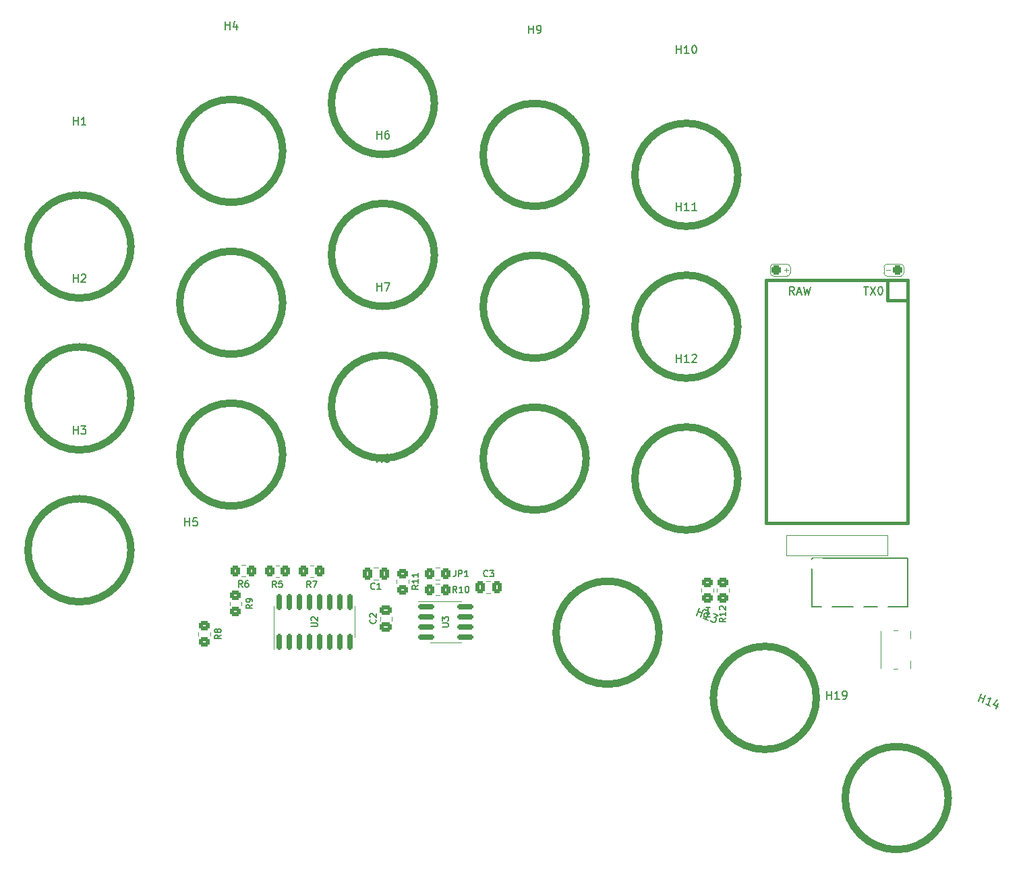
<source format=gto>
%TF.GenerationSoftware,KiCad,Pcbnew,7.0.5*%
%TF.CreationDate,2023-10-28T19:32:10+05:30*%
%TF.ProjectId,tako_left,74616b6f-5f6c-4656-9674-2e6b69636164,rev?*%
%TF.SameCoordinates,Original*%
%TF.FileFunction,Legend,Top*%
%TF.FilePolarity,Positive*%
%FSLAX46Y46*%
G04 Gerber Fmt 4.6, Leading zero omitted, Abs format (unit mm)*
G04 Created by KiCad (PCBNEW 7.0.5) date 2023-10-28 19:32:10*
%MOMM*%
%LPD*%
G01*
G04 APERTURE LIST*
G04 Aperture macros list*
%AMRoundRect*
0 Rectangle with rounded corners*
0 $1 Rounding radius*
0 $2 $3 $4 $5 $6 $7 $8 $9 X,Y pos of 4 corners*
0 Add a 4 corners polygon primitive as box body*
4,1,4,$2,$3,$4,$5,$6,$7,$8,$9,$2,$3,0*
0 Add four circle primitives for the rounded corners*
1,1,$1+$1,$2,$3*
1,1,$1+$1,$4,$5*
1,1,$1+$1,$6,$7*
1,1,$1+$1,$8,$9*
0 Add four rect primitives between the rounded corners*
20,1,$1+$1,$2,$3,$4,$5,0*
20,1,$1+$1,$4,$5,$6,$7,0*
20,1,$1+$1,$6,$7,$8,$9,0*
20,1,$1+$1,$8,$9,$2,$3,0*%
G04 Aperture macros list end*
%ADD10C,0.150000*%
%ADD11C,0.120000*%
%ADD12C,0.900000*%
%ADD13C,0.100000*%
%ADD14C,0.381000*%
%ADD15R,1.752600X1.752600*%
%ADD16C,1.752600*%
%ADD17RoundRect,0.250000X0.337500X0.475000X-0.337500X0.475000X-0.337500X-0.475000X0.337500X-0.475000X0*%
%ADD18C,4.500000*%
%ADD19RoundRect,0.250000X-0.450000X0.350000X-0.450000X-0.350000X0.450000X-0.350000X0.450000X0.350000X0*%
%ADD20C,0.750000*%
%ADD21R,1.000000X1.550000*%
%ADD22RoundRect,0.250000X0.350000X0.450000X-0.350000X0.450000X-0.350000X-0.450000X0.350000X-0.450000X0*%
%ADD23RoundRect,0.150000X-0.825000X-0.150000X0.825000X-0.150000X0.825000X0.150000X-0.825000X0.150000X0*%
%ADD24RoundRect,0.312500X-0.312500X-0.312500X0.312500X-0.312500X0.312500X0.312500X-0.312500X0.312500X0*%
%ADD25C,3.500000*%
%ADD26RoundRect,0.250000X-0.337500X-0.475000X0.337500X-0.475000X0.337500X0.475000X-0.337500X0.475000X0*%
%ADD27RoundRect,0.250000X0.450000X-0.350000X0.450000X0.350000X-0.450000X0.350000X-0.450000X-0.350000X0*%
%ADD28C,0.800000*%
%ADD29O,2.000000X1.600000*%
%ADD30RoundRect,0.250000X0.475000X-0.337500X0.475000X0.337500X-0.475000X0.337500X-0.475000X-0.337500X0*%
%ADD31RoundRect,0.250000X-0.350000X-0.450000X0.350000X-0.450000X0.350000X0.450000X-0.350000X0.450000X0*%
%ADD32RoundRect,0.150000X0.150000X-0.825000X0.150000X0.825000X-0.150000X0.825000X-0.150000X-0.825000X0*%
%ADD33RoundRect,0.312500X0.312500X0.312500X-0.312500X0.312500X-0.312500X-0.312500X0.312500X-0.312500X0*%
%ADD34C,0.900000*%
G04 APERTURE END LIST*
D10*
%TO.C,C3*%
X213902503Y-96197594D02*
X213864407Y-96235690D01*
X213864407Y-96235690D02*
X213750122Y-96273785D01*
X213750122Y-96273785D02*
X213673931Y-96273785D01*
X213673931Y-96273785D02*
X213559645Y-96235690D01*
X213559645Y-96235690D02*
X213483455Y-96159499D01*
X213483455Y-96159499D02*
X213445360Y-96083309D01*
X213445360Y-96083309D02*
X213407264Y-95930928D01*
X213407264Y-95930928D02*
X213407264Y-95816642D01*
X213407264Y-95816642D02*
X213445360Y-95664261D01*
X213445360Y-95664261D02*
X213483455Y-95588070D01*
X213483455Y-95588070D02*
X213559645Y-95511880D01*
X213559645Y-95511880D02*
X213673931Y-95473785D01*
X213673931Y-95473785D02*
X213750122Y-95473785D01*
X213750122Y-95473785D02*
X213864407Y-95511880D01*
X213864407Y-95511880D02*
X213902503Y-95549975D01*
X214169169Y-95473785D02*
X214664407Y-95473785D01*
X214664407Y-95473785D02*
X214397741Y-95778547D01*
X214397741Y-95778547D02*
X214512026Y-95778547D01*
X214512026Y-95778547D02*
X214588217Y-95816642D01*
X214588217Y-95816642D02*
X214626312Y-95854737D01*
X214626312Y-95854737D02*
X214664407Y-95930928D01*
X214664407Y-95930928D02*
X214664407Y-96121404D01*
X214664407Y-96121404D02*
X214626312Y-96197594D01*
X214626312Y-96197594D02*
X214588217Y-96235690D01*
X214588217Y-96235690D02*
X214512026Y-96273785D01*
X214512026Y-96273785D02*
X214283455Y-96273785D01*
X214283455Y-96273785D02*
X214207264Y-96235690D01*
X214207264Y-96235690D02*
X214169169Y-96197594D01*
%TO.C,H1*%
X161877638Y-39620877D02*
X161877638Y-38620877D01*
X161877638Y-39097067D02*
X162449066Y-39097067D01*
X162449066Y-39620877D02*
X162449066Y-38620877D01*
X163449066Y-39620877D02*
X162877638Y-39620877D01*
X163163352Y-39620877D02*
X163163352Y-38620877D01*
X163163352Y-38620877D02*
X163068114Y-38763734D01*
X163068114Y-38763734D02*
X162972876Y-38858972D01*
X162972876Y-38858972D02*
X162877638Y-38906591D01*
%TO.C,R12*%
X243785665Y-101480342D02*
X243404712Y-101747009D01*
X243785665Y-101937485D02*
X242985665Y-101937485D01*
X242985665Y-101937485D02*
X242985665Y-101632723D01*
X242985665Y-101632723D02*
X243023760Y-101556533D01*
X243023760Y-101556533D02*
X243061855Y-101518438D01*
X243061855Y-101518438D02*
X243138046Y-101480342D01*
X243138046Y-101480342D02*
X243252331Y-101480342D01*
X243252331Y-101480342D02*
X243328522Y-101518438D01*
X243328522Y-101518438D02*
X243366617Y-101556533D01*
X243366617Y-101556533D02*
X243404712Y-101632723D01*
X243404712Y-101632723D02*
X243404712Y-101937485D01*
X243785665Y-100718438D02*
X243785665Y-101175581D01*
X243785665Y-100947009D02*
X242985665Y-100947009D01*
X242985665Y-100947009D02*
X243099950Y-101023200D01*
X243099950Y-101023200D02*
X243176141Y-101099390D01*
X243176141Y-101099390D02*
X243214236Y-101175581D01*
X243061855Y-100413676D02*
X243023760Y-100375580D01*
X243023760Y-100375580D02*
X242985665Y-100299390D01*
X242985665Y-100299390D02*
X242985665Y-100108914D01*
X242985665Y-100108914D02*
X243023760Y-100032723D01*
X243023760Y-100032723D02*
X243061855Y-99994628D01*
X243061855Y-99994628D02*
X243138046Y-99956533D01*
X243138046Y-99956533D02*
X243214236Y-99956533D01*
X243214236Y-99956533D02*
X243328522Y-99994628D01*
X243328522Y-99994628D02*
X243785665Y-100451771D01*
X243785665Y-100451771D02*
X243785665Y-99956533D01*
%TO.C,R7*%
X191671153Y-97604428D02*
X191404486Y-97223475D01*
X191214010Y-97604428D02*
X191214010Y-96804428D01*
X191214010Y-96804428D02*
X191518772Y-96804428D01*
X191518772Y-96804428D02*
X191594962Y-96842523D01*
X191594962Y-96842523D02*
X191633057Y-96880618D01*
X191633057Y-96880618D02*
X191671153Y-96956809D01*
X191671153Y-96956809D02*
X191671153Y-97071094D01*
X191671153Y-97071094D02*
X191633057Y-97147285D01*
X191633057Y-97147285D02*
X191594962Y-97185380D01*
X191594962Y-97185380D02*
X191518772Y-97223475D01*
X191518772Y-97223475D02*
X191214010Y-97223475D01*
X191937819Y-96804428D02*
X192471153Y-96804428D01*
X192471153Y-96804428D02*
X192128295Y-97604428D01*
%TO.C,U3*%
X208184809Y-102548946D02*
X208832428Y-102548946D01*
X208832428Y-102548946D02*
X208908618Y-102510851D01*
X208908618Y-102510851D02*
X208946714Y-102472756D01*
X208946714Y-102472756D02*
X208984809Y-102396565D01*
X208984809Y-102396565D02*
X208984809Y-102244184D01*
X208984809Y-102244184D02*
X208946714Y-102167994D01*
X208946714Y-102167994D02*
X208908618Y-102129899D01*
X208908618Y-102129899D02*
X208832428Y-102091803D01*
X208832428Y-102091803D02*
X208184809Y-102091803D01*
X208184809Y-101787042D02*
X208184809Y-101291804D01*
X208184809Y-101291804D02*
X208489571Y-101558470D01*
X208489571Y-101558470D02*
X208489571Y-101444185D01*
X208489571Y-101444185D02*
X208527666Y-101367994D01*
X208527666Y-101367994D02*
X208565761Y-101329899D01*
X208565761Y-101329899D02*
X208641952Y-101291804D01*
X208641952Y-101291804D02*
X208832428Y-101291804D01*
X208832428Y-101291804D02*
X208908618Y-101329899D01*
X208908618Y-101329899D02*
X208946714Y-101367994D01*
X208946714Y-101367994D02*
X208984809Y-101444185D01*
X208984809Y-101444185D02*
X208984809Y-101672756D01*
X208984809Y-101672756D02*
X208946714Y-101748947D01*
X208946714Y-101748947D02*
X208908618Y-101787042D01*
%TO.C,H9*%
X219027644Y-28120877D02*
X219027644Y-27120877D01*
X219027644Y-27597067D02*
X219599072Y-27597067D01*
X219599072Y-28120877D02*
X219599072Y-27120877D01*
X220122882Y-28120877D02*
X220313358Y-28120877D01*
X220313358Y-28120877D02*
X220408596Y-28073258D01*
X220408596Y-28073258D02*
X220456215Y-28025638D01*
X220456215Y-28025638D02*
X220551453Y-27882781D01*
X220551453Y-27882781D02*
X220599072Y-27692305D01*
X220599072Y-27692305D02*
X220599072Y-27311353D01*
X220599072Y-27311353D02*
X220551453Y-27216115D01*
X220551453Y-27216115D02*
X220503834Y-27168496D01*
X220503834Y-27168496D02*
X220408596Y-27120877D01*
X220408596Y-27120877D02*
X220218120Y-27120877D01*
X220218120Y-27120877D02*
X220122882Y-27168496D01*
X220122882Y-27168496D02*
X220075263Y-27216115D01*
X220075263Y-27216115D02*
X220027644Y-27311353D01*
X220027644Y-27311353D02*
X220027644Y-27549448D01*
X220027644Y-27549448D02*
X220075263Y-27644686D01*
X220075263Y-27644686D02*
X220122882Y-27692305D01*
X220122882Y-27692305D02*
X220218120Y-27739924D01*
X220218120Y-27739924D02*
X220408596Y-27739924D01*
X220408596Y-27739924D02*
X220503834Y-27692305D01*
X220503834Y-27692305D02*
X220551453Y-27644686D01*
X220551453Y-27644686D02*
X220599072Y-27549448D01*
%TO.C,H10*%
X237601456Y-30620877D02*
X237601456Y-29620877D01*
X237601456Y-30097067D02*
X238172884Y-30097067D01*
X238172884Y-30620877D02*
X238172884Y-29620877D01*
X239172884Y-30620877D02*
X238601456Y-30620877D01*
X238887170Y-30620877D02*
X238887170Y-29620877D01*
X238887170Y-29620877D02*
X238791932Y-29763734D01*
X238791932Y-29763734D02*
X238696694Y-29858972D01*
X238696694Y-29858972D02*
X238601456Y-29906591D01*
X239791932Y-29620877D02*
X239887170Y-29620877D01*
X239887170Y-29620877D02*
X239982408Y-29668496D01*
X239982408Y-29668496D02*
X240030027Y-29716115D01*
X240030027Y-29716115D02*
X240077646Y-29811353D01*
X240077646Y-29811353D02*
X240125265Y-30001829D01*
X240125265Y-30001829D02*
X240125265Y-30239924D01*
X240125265Y-30239924D02*
X240077646Y-30430400D01*
X240077646Y-30430400D02*
X240030027Y-30525638D01*
X240030027Y-30525638D02*
X239982408Y-30573258D01*
X239982408Y-30573258D02*
X239887170Y-30620877D01*
X239887170Y-30620877D02*
X239791932Y-30620877D01*
X239791932Y-30620877D02*
X239696694Y-30573258D01*
X239696694Y-30573258D02*
X239649075Y-30525638D01*
X239649075Y-30525638D02*
X239601456Y-30430400D01*
X239601456Y-30430400D02*
X239553837Y-30239924D01*
X239553837Y-30239924D02*
X239553837Y-30001829D01*
X239553837Y-30001829D02*
X239601456Y-29811353D01*
X239601456Y-29811353D02*
X239649075Y-29716115D01*
X239649075Y-29716115D02*
X239696694Y-29668496D01*
X239696694Y-29668496D02*
X239791932Y-29620877D01*
%TO.C,H13*%
X240084750Y-101108154D02*
X240467434Y-100184275D01*
X240285204Y-100624217D02*
X240813135Y-100842894D01*
X240612682Y-101326830D02*
X240995365Y-100402951D01*
X241536561Y-101709514D02*
X241008630Y-101490838D01*
X241272595Y-101600176D02*
X241655279Y-100676296D01*
X241655279Y-100676296D02*
X241512621Y-100771833D01*
X241512621Y-100771833D02*
X241388187Y-100823375D01*
X241388187Y-100823375D02*
X241281975Y-100830924D01*
X242227204Y-100913195D02*
X242799130Y-101150095D01*
X242799130Y-101150095D02*
X242345386Y-101374488D01*
X242345386Y-101374488D02*
X242477369Y-101429157D01*
X242477369Y-101429157D02*
X242547134Y-101509597D01*
X242547134Y-101509597D02*
X242572905Y-101571814D01*
X242572905Y-101571814D02*
X242580454Y-101678026D01*
X242580454Y-101678026D02*
X242489338Y-101897997D01*
X242489338Y-101897997D02*
X242408898Y-101967763D01*
X242408898Y-101967763D02*
X242346681Y-101993534D01*
X242346681Y-101993534D02*
X242240469Y-102001082D01*
X242240469Y-102001082D02*
X241976504Y-101891744D01*
X241976504Y-101891744D02*
X241906738Y-101811304D01*
X241906738Y-101811304D02*
X241880967Y-101749086D01*
%TO.C,H2*%
X161877636Y-59340311D02*
X161877636Y-58340311D01*
X161877636Y-58816501D02*
X162449064Y-58816501D01*
X162449064Y-59340311D02*
X162449064Y-58340311D01*
X162877636Y-58435549D02*
X162925255Y-58387930D01*
X162925255Y-58387930D02*
X163020493Y-58340311D01*
X163020493Y-58340311D02*
X163258588Y-58340311D01*
X163258588Y-58340311D02*
X163353826Y-58387930D01*
X163353826Y-58387930D02*
X163401445Y-58435549D01*
X163401445Y-58435549D02*
X163449064Y-58530787D01*
X163449064Y-58530787D02*
X163449064Y-58626025D01*
X163449064Y-58626025D02*
X163401445Y-58768882D01*
X163401445Y-58768882D02*
X162830017Y-59340311D01*
X162830017Y-59340311D02*
X163449064Y-59340311D01*
%TO.C,H5*%
X175877645Y-89915318D02*
X175877645Y-88915318D01*
X175877645Y-89391508D02*
X176449073Y-89391508D01*
X176449073Y-89915318D02*
X176449073Y-88915318D01*
X177401454Y-88915318D02*
X176925264Y-88915318D01*
X176925264Y-88915318D02*
X176877645Y-89391508D01*
X176877645Y-89391508D02*
X176925264Y-89343889D01*
X176925264Y-89343889D02*
X177020502Y-89296270D01*
X177020502Y-89296270D02*
X177258597Y-89296270D01*
X177258597Y-89296270D02*
X177353835Y-89343889D01*
X177353835Y-89343889D02*
X177401454Y-89391508D01*
X177401454Y-89391508D02*
X177449073Y-89486746D01*
X177449073Y-89486746D02*
X177449073Y-89724841D01*
X177449073Y-89724841D02*
X177401454Y-89820079D01*
X177401454Y-89820079D02*
X177353835Y-89867699D01*
X177353835Y-89867699D02*
X177258597Y-89915318D01*
X177258597Y-89915318D02*
X177020502Y-89915318D01*
X177020502Y-89915318D02*
X176925264Y-89867699D01*
X176925264Y-89867699D02*
X176877645Y-89820079D01*
%TO.C,C1*%
X199726681Y-97787562D02*
X199688585Y-97825658D01*
X199688585Y-97825658D02*
X199574300Y-97863753D01*
X199574300Y-97863753D02*
X199498109Y-97863753D01*
X199498109Y-97863753D02*
X199383823Y-97825658D01*
X199383823Y-97825658D02*
X199307633Y-97749467D01*
X199307633Y-97749467D02*
X199269538Y-97673277D01*
X199269538Y-97673277D02*
X199231442Y-97520896D01*
X199231442Y-97520896D02*
X199231442Y-97406610D01*
X199231442Y-97406610D02*
X199269538Y-97254229D01*
X199269538Y-97254229D02*
X199307633Y-97178038D01*
X199307633Y-97178038D02*
X199383823Y-97101848D01*
X199383823Y-97101848D02*
X199498109Y-97063753D01*
X199498109Y-97063753D02*
X199574300Y-97063753D01*
X199574300Y-97063753D02*
X199688585Y-97101848D01*
X199688585Y-97101848D02*
X199726681Y-97139943D01*
X200488585Y-97863753D02*
X200031442Y-97863753D01*
X200260014Y-97863753D02*
X200260014Y-97063753D01*
X200260014Y-97063753D02*
X200183823Y-97178038D01*
X200183823Y-97178038D02*
X200107633Y-97254229D01*
X200107633Y-97254229D02*
X200031442Y-97292324D01*
%TO.C,R9*%
X184355402Y-99782322D02*
X183974449Y-100048989D01*
X184355402Y-100239465D02*
X183555402Y-100239465D01*
X183555402Y-100239465D02*
X183555402Y-99934703D01*
X183555402Y-99934703D02*
X183593497Y-99858513D01*
X183593497Y-99858513D02*
X183631592Y-99820418D01*
X183631592Y-99820418D02*
X183707783Y-99782322D01*
X183707783Y-99782322D02*
X183822068Y-99782322D01*
X183822068Y-99782322D02*
X183898259Y-99820418D01*
X183898259Y-99820418D02*
X183936354Y-99858513D01*
X183936354Y-99858513D02*
X183974449Y-99934703D01*
X183974449Y-99934703D02*
X183974449Y-100239465D01*
X184355402Y-99401370D02*
X184355402Y-99248989D01*
X184355402Y-99248989D02*
X184317307Y-99172799D01*
X184317307Y-99172799D02*
X184279211Y-99134703D01*
X184279211Y-99134703D02*
X184164926Y-99058513D01*
X184164926Y-99058513D02*
X184012545Y-99020418D01*
X184012545Y-99020418D02*
X183707783Y-99020418D01*
X183707783Y-99020418D02*
X183631592Y-99058513D01*
X183631592Y-99058513D02*
X183593497Y-99096608D01*
X183593497Y-99096608D02*
X183555402Y-99172799D01*
X183555402Y-99172799D02*
X183555402Y-99325180D01*
X183555402Y-99325180D02*
X183593497Y-99401370D01*
X183593497Y-99401370D02*
X183631592Y-99439465D01*
X183631592Y-99439465D02*
X183707783Y-99477561D01*
X183707783Y-99477561D02*
X183898259Y-99477561D01*
X183898259Y-99477561D02*
X183974449Y-99439465D01*
X183974449Y-99439465D02*
X184012545Y-99401370D01*
X184012545Y-99401370D02*
X184050640Y-99325180D01*
X184050640Y-99325180D02*
X184050640Y-99172799D01*
X184050640Y-99172799D02*
X184012545Y-99096608D01*
X184012545Y-99096608D02*
X183974449Y-99058513D01*
X183974449Y-99058513D02*
X183898259Y-99020418D01*
%TO.C,R6*%
X183105214Y-97554787D02*
X182838547Y-97173834D01*
X182648071Y-97554787D02*
X182648071Y-96754787D01*
X182648071Y-96754787D02*
X182952833Y-96754787D01*
X182952833Y-96754787D02*
X183029023Y-96792882D01*
X183029023Y-96792882D02*
X183067118Y-96830977D01*
X183067118Y-96830977D02*
X183105214Y-96907168D01*
X183105214Y-96907168D02*
X183105214Y-97021453D01*
X183105214Y-97021453D02*
X183067118Y-97097644D01*
X183067118Y-97097644D02*
X183029023Y-97135739D01*
X183029023Y-97135739D02*
X182952833Y-97173834D01*
X182952833Y-97173834D02*
X182648071Y-97173834D01*
X183790928Y-96754787D02*
X183638547Y-96754787D01*
X183638547Y-96754787D02*
X183562356Y-96792882D01*
X183562356Y-96792882D02*
X183524261Y-96830977D01*
X183524261Y-96830977D02*
X183448071Y-96945263D01*
X183448071Y-96945263D02*
X183409975Y-97097644D01*
X183409975Y-97097644D02*
X183409975Y-97402406D01*
X183409975Y-97402406D02*
X183448071Y-97478596D01*
X183448071Y-97478596D02*
X183486166Y-97516692D01*
X183486166Y-97516692D02*
X183562356Y-97554787D01*
X183562356Y-97554787D02*
X183714737Y-97554787D01*
X183714737Y-97554787D02*
X183790928Y-97516692D01*
X183790928Y-97516692D02*
X183829023Y-97478596D01*
X183829023Y-97478596D02*
X183867118Y-97402406D01*
X183867118Y-97402406D02*
X183867118Y-97211930D01*
X183867118Y-97211930D02*
X183829023Y-97135739D01*
X183829023Y-97135739D02*
X183790928Y-97097644D01*
X183790928Y-97097644D02*
X183714737Y-97059549D01*
X183714737Y-97059549D02*
X183562356Y-97059549D01*
X183562356Y-97059549D02*
X183486166Y-97097644D01*
X183486166Y-97097644D02*
X183448071Y-97135739D01*
X183448071Y-97135739D02*
X183409975Y-97211930D01*
%TO.C,C2*%
X199809477Y-101634790D02*
X199847573Y-101672886D01*
X199847573Y-101672886D02*
X199885668Y-101787171D01*
X199885668Y-101787171D02*
X199885668Y-101863362D01*
X199885668Y-101863362D02*
X199847573Y-101977648D01*
X199847573Y-101977648D02*
X199771382Y-102053838D01*
X199771382Y-102053838D02*
X199695192Y-102091933D01*
X199695192Y-102091933D02*
X199542811Y-102130029D01*
X199542811Y-102130029D02*
X199428525Y-102130029D01*
X199428525Y-102130029D02*
X199276144Y-102091933D01*
X199276144Y-102091933D02*
X199199953Y-102053838D01*
X199199953Y-102053838D02*
X199123763Y-101977648D01*
X199123763Y-101977648D02*
X199085668Y-101863362D01*
X199085668Y-101863362D02*
X199085668Y-101787171D01*
X199085668Y-101787171D02*
X199123763Y-101672886D01*
X199123763Y-101672886D02*
X199161858Y-101634790D01*
X199161858Y-101330029D02*
X199123763Y-101291933D01*
X199123763Y-101291933D02*
X199085668Y-101215743D01*
X199085668Y-101215743D02*
X199085668Y-101025267D01*
X199085668Y-101025267D02*
X199123763Y-100949076D01*
X199123763Y-100949076D02*
X199161858Y-100910981D01*
X199161858Y-100910981D02*
X199238049Y-100872886D01*
X199238049Y-100872886D02*
X199314239Y-100872886D01*
X199314239Y-100872886D02*
X199428525Y-100910981D01*
X199428525Y-100910981D02*
X199885668Y-101368124D01*
X199885668Y-101368124D02*
X199885668Y-100872886D01*
%TO.C,R5*%
X187355215Y-97604431D02*
X187088548Y-97223478D01*
X186898072Y-97604431D02*
X186898072Y-96804431D01*
X186898072Y-96804431D02*
X187202834Y-96804431D01*
X187202834Y-96804431D02*
X187279024Y-96842526D01*
X187279024Y-96842526D02*
X187317119Y-96880621D01*
X187317119Y-96880621D02*
X187355215Y-96956812D01*
X187355215Y-96956812D02*
X187355215Y-97071097D01*
X187355215Y-97071097D02*
X187317119Y-97147288D01*
X187317119Y-97147288D02*
X187279024Y-97185383D01*
X187279024Y-97185383D02*
X187202834Y-97223478D01*
X187202834Y-97223478D02*
X186898072Y-97223478D01*
X188079024Y-96804431D02*
X187698072Y-96804431D01*
X187698072Y-96804431D02*
X187659976Y-97185383D01*
X187659976Y-97185383D02*
X187698072Y-97147288D01*
X187698072Y-97147288D02*
X187774262Y-97109193D01*
X187774262Y-97109193D02*
X187964738Y-97109193D01*
X187964738Y-97109193D02*
X188040929Y-97147288D01*
X188040929Y-97147288D02*
X188079024Y-97185383D01*
X188079024Y-97185383D02*
X188117119Y-97261574D01*
X188117119Y-97261574D02*
X188117119Y-97452050D01*
X188117119Y-97452050D02*
X188079024Y-97528240D01*
X188079024Y-97528240D02*
X188040929Y-97566336D01*
X188040929Y-97566336D02*
X187964738Y-97604431D01*
X187964738Y-97604431D02*
X187774262Y-97604431D01*
X187774262Y-97604431D02*
X187698072Y-97566336D01*
X187698072Y-97566336D02*
X187659976Y-97528240D01*
%TO.C,H14*%
X275480929Y-111879812D02*
X275863613Y-110955933D01*
X275681383Y-111395875D02*
X276209314Y-111614552D01*
X276008861Y-112098488D02*
X276391544Y-111174609D01*
X276932740Y-112481172D02*
X276404809Y-112262496D01*
X276668774Y-112371834D02*
X277051458Y-111447954D01*
X277051458Y-111447954D02*
X276908800Y-111543491D01*
X276908800Y-111543491D02*
X276784366Y-111595033D01*
X276784366Y-111595033D02*
X276678154Y-111602582D01*
X277979759Y-112193267D02*
X277724637Y-112809186D01*
X277905572Y-111750197D02*
X277412255Y-112318996D01*
X277412255Y-112318996D02*
X277984181Y-112555895D01*
%TO.C,R10*%
X210009086Y-98268141D02*
X209742419Y-97887188D01*
X209551943Y-98268141D02*
X209551943Y-97468141D01*
X209551943Y-97468141D02*
X209856705Y-97468141D01*
X209856705Y-97468141D02*
X209932895Y-97506236D01*
X209932895Y-97506236D02*
X209970990Y-97544331D01*
X209970990Y-97544331D02*
X210009086Y-97620522D01*
X210009086Y-97620522D02*
X210009086Y-97734807D01*
X210009086Y-97734807D02*
X209970990Y-97810998D01*
X209970990Y-97810998D02*
X209932895Y-97849093D01*
X209932895Y-97849093D02*
X209856705Y-97887188D01*
X209856705Y-97887188D02*
X209551943Y-97887188D01*
X210770990Y-98268141D02*
X210313847Y-98268141D01*
X210542419Y-98268141D02*
X210542419Y-97468141D01*
X210542419Y-97468141D02*
X210466228Y-97582426D01*
X210466228Y-97582426D02*
X210390038Y-97658617D01*
X210390038Y-97658617D02*
X210313847Y-97696712D01*
X211266229Y-97468141D02*
X211342419Y-97468141D01*
X211342419Y-97468141D02*
X211418610Y-97506236D01*
X211418610Y-97506236D02*
X211456705Y-97544331D01*
X211456705Y-97544331D02*
X211494800Y-97620522D01*
X211494800Y-97620522D02*
X211532895Y-97772903D01*
X211532895Y-97772903D02*
X211532895Y-97963379D01*
X211532895Y-97963379D02*
X211494800Y-98115760D01*
X211494800Y-98115760D02*
X211456705Y-98191950D01*
X211456705Y-98191950D02*
X211418610Y-98230046D01*
X211418610Y-98230046D02*
X211342419Y-98268141D01*
X211342419Y-98268141D02*
X211266229Y-98268141D01*
X211266229Y-98268141D02*
X211190038Y-98230046D01*
X211190038Y-98230046D02*
X211151943Y-98191950D01*
X211151943Y-98191950D02*
X211113848Y-98115760D01*
X211113848Y-98115760D02*
X211075752Y-97963379D01*
X211075752Y-97963379D02*
X211075752Y-97772903D01*
X211075752Y-97772903D02*
X211113848Y-97620522D01*
X211113848Y-97620522D02*
X211151943Y-97544331D01*
X211151943Y-97544331D02*
X211190038Y-97506236D01*
X211190038Y-97506236D02*
X211266229Y-97468141D01*
%TO.C,H12*%
X237601454Y-69389814D02*
X237601454Y-68389814D01*
X237601454Y-68866004D02*
X238172882Y-68866004D01*
X238172882Y-69389814D02*
X238172882Y-68389814D01*
X239172882Y-69389814D02*
X238601454Y-69389814D01*
X238887168Y-69389814D02*
X238887168Y-68389814D01*
X238887168Y-68389814D02*
X238791930Y-68532671D01*
X238791930Y-68532671D02*
X238696692Y-68627909D01*
X238696692Y-68627909D02*
X238601454Y-68675528D01*
X239553835Y-68485052D02*
X239601454Y-68437433D01*
X239601454Y-68437433D02*
X239696692Y-68389814D01*
X239696692Y-68389814D02*
X239934787Y-68389814D01*
X239934787Y-68389814D02*
X240030025Y-68437433D01*
X240030025Y-68437433D02*
X240077644Y-68485052D01*
X240077644Y-68485052D02*
X240125263Y-68580290D01*
X240125263Y-68580290D02*
X240125263Y-68675528D01*
X240125263Y-68675528D02*
X240077644Y-68818385D01*
X240077644Y-68818385D02*
X239506216Y-69389814D01*
X239506216Y-69389814D02*
X240125263Y-69389814D01*
%TO.C,H6*%
X199977637Y-41339817D02*
X199977637Y-40339817D01*
X199977637Y-40816007D02*
X200549065Y-40816007D01*
X200549065Y-41339817D02*
X200549065Y-40339817D01*
X201453827Y-40339817D02*
X201263351Y-40339817D01*
X201263351Y-40339817D02*
X201168113Y-40387436D01*
X201168113Y-40387436D02*
X201120494Y-40435055D01*
X201120494Y-40435055D02*
X201025256Y-40577912D01*
X201025256Y-40577912D02*
X200977637Y-40768388D01*
X200977637Y-40768388D02*
X200977637Y-41149340D01*
X200977637Y-41149340D02*
X201025256Y-41244578D01*
X201025256Y-41244578D02*
X201072875Y-41292198D01*
X201072875Y-41292198D02*
X201168113Y-41339817D01*
X201168113Y-41339817D02*
X201358589Y-41339817D01*
X201358589Y-41339817D02*
X201453827Y-41292198D01*
X201453827Y-41292198D02*
X201501446Y-41244578D01*
X201501446Y-41244578D02*
X201549065Y-41149340D01*
X201549065Y-41149340D02*
X201549065Y-40911245D01*
X201549065Y-40911245D02*
X201501446Y-40816007D01*
X201501446Y-40816007D02*
X201453827Y-40768388D01*
X201453827Y-40768388D02*
X201358589Y-40720769D01*
X201358589Y-40720769D02*
X201168113Y-40720769D01*
X201168113Y-40720769D02*
X201072875Y-40768388D01*
X201072875Y-40768388D02*
X201025256Y-40816007D01*
X201025256Y-40816007D02*
X200977637Y-40911245D01*
%TO.C,R8*%
X180407260Y-103592756D02*
X180026307Y-103859423D01*
X180407260Y-104049899D02*
X179607260Y-104049899D01*
X179607260Y-104049899D02*
X179607260Y-103745137D01*
X179607260Y-103745137D02*
X179645355Y-103668947D01*
X179645355Y-103668947D02*
X179683450Y-103630852D01*
X179683450Y-103630852D02*
X179759641Y-103592756D01*
X179759641Y-103592756D02*
X179873926Y-103592756D01*
X179873926Y-103592756D02*
X179950117Y-103630852D01*
X179950117Y-103630852D02*
X179988212Y-103668947D01*
X179988212Y-103668947D02*
X180026307Y-103745137D01*
X180026307Y-103745137D02*
X180026307Y-104049899D01*
X179950117Y-103135614D02*
X179912022Y-103211804D01*
X179912022Y-103211804D02*
X179873926Y-103249899D01*
X179873926Y-103249899D02*
X179797736Y-103287995D01*
X179797736Y-103287995D02*
X179759641Y-103287995D01*
X179759641Y-103287995D02*
X179683450Y-103249899D01*
X179683450Y-103249899D02*
X179645355Y-103211804D01*
X179645355Y-103211804D02*
X179607260Y-103135614D01*
X179607260Y-103135614D02*
X179607260Y-102983233D01*
X179607260Y-102983233D02*
X179645355Y-102907042D01*
X179645355Y-102907042D02*
X179683450Y-102868947D01*
X179683450Y-102868947D02*
X179759641Y-102830852D01*
X179759641Y-102830852D02*
X179797736Y-102830852D01*
X179797736Y-102830852D02*
X179873926Y-102868947D01*
X179873926Y-102868947D02*
X179912022Y-102907042D01*
X179912022Y-102907042D02*
X179950117Y-102983233D01*
X179950117Y-102983233D02*
X179950117Y-103135614D01*
X179950117Y-103135614D02*
X179988212Y-103211804D01*
X179988212Y-103211804D02*
X180026307Y-103249899D01*
X180026307Y-103249899D02*
X180102498Y-103287995D01*
X180102498Y-103287995D02*
X180254879Y-103287995D01*
X180254879Y-103287995D02*
X180331069Y-103249899D01*
X180331069Y-103249899D02*
X180369165Y-103211804D01*
X180369165Y-103211804D02*
X180407260Y-103135614D01*
X180407260Y-103135614D02*
X180407260Y-102983233D01*
X180407260Y-102983233D02*
X180369165Y-102907042D01*
X180369165Y-102907042D02*
X180331069Y-102868947D01*
X180331069Y-102868947D02*
X180254879Y-102830852D01*
X180254879Y-102830852D02*
X180102498Y-102830852D01*
X180102498Y-102830852D02*
X180026307Y-102868947D01*
X180026307Y-102868947D02*
X179988212Y-102907042D01*
X179988212Y-102907042D02*
X179950117Y-102983233D01*
%TO.C,U2*%
X191722313Y-102546660D02*
X192369932Y-102546660D01*
X192369932Y-102546660D02*
X192446122Y-102508565D01*
X192446122Y-102508565D02*
X192484218Y-102470470D01*
X192484218Y-102470470D02*
X192522313Y-102394279D01*
X192522313Y-102394279D02*
X192522313Y-102241898D01*
X192522313Y-102241898D02*
X192484218Y-102165708D01*
X192484218Y-102165708D02*
X192446122Y-102127613D01*
X192446122Y-102127613D02*
X192369932Y-102089517D01*
X192369932Y-102089517D02*
X191722313Y-102089517D01*
X191798503Y-101746661D02*
X191760408Y-101708565D01*
X191760408Y-101708565D02*
X191722313Y-101632375D01*
X191722313Y-101632375D02*
X191722313Y-101441899D01*
X191722313Y-101441899D02*
X191760408Y-101365708D01*
X191760408Y-101365708D02*
X191798503Y-101327613D01*
X191798503Y-101327613D02*
X191874694Y-101289518D01*
X191874694Y-101289518D02*
X191950884Y-101289518D01*
X191950884Y-101289518D02*
X192065170Y-101327613D01*
X192065170Y-101327613D02*
X192522313Y-101784756D01*
X192522313Y-101784756D02*
X192522313Y-101289518D01*
%TO.C,JP1*%
X209856708Y-95463754D02*
X209856708Y-96035182D01*
X209856708Y-96035182D02*
X209818613Y-96149468D01*
X209818613Y-96149468D02*
X209742422Y-96225659D01*
X209742422Y-96225659D02*
X209628137Y-96263754D01*
X209628137Y-96263754D02*
X209551946Y-96263754D01*
X210237661Y-96263754D02*
X210237661Y-95463754D01*
X210237661Y-95463754D02*
X210542423Y-95463754D01*
X210542423Y-95463754D02*
X210618613Y-95501849D01*
X210618613Y-95501849D02*
X210656708Y-95539944D01*
X210656708Y-95539944D02*
X210694804Y-95616135D01*
X210694804Y-95616135D02*
X210694804Y-95730420D01*
X210694804Y-95730420D02*
X210656708Y-95806611D01*
X210656708Y-95806611D02*
X210618613Y-95844706D01*
X210618613Y-95844706D02*
X210542423Y-95882801D01*
X210542423Y-95882801D02*
X210237661Y-95882801D01*
X211456708Y-96263754D02*
X210999565Y-96263754D01*
X211228137Y-96263754D02*
X211228137Y-95463754D01*
X211228137Y-95463754D02*
X211151946Y-95578039D01*
X211151946Y-95578039D02*
X211075756Y-95654230D01*
X211075756Y-95654230D02*
X210999565Y-95692325D01*
%TO.C,H4*%
X180927640Y-27620876D02*
X180927640Y-26620876D01*
X180927640Y-27097066D02*
X181499068Y-27097066D01*
X181499068Y-27620876D02*
X181499068Y-26620876D01*
X182403830Y-26954209D02*
X182403830Y-27620876D01*
X182165735Y-26573257D02*
X181927640Y-27287542D01*
X181927640Y-27287542D02*
X182546687Y-27287542D01*
%TO.C,H11*%
X237601454Y-50339814D02*
X237601454Y-49339814D01*
X237601454Y-49816004D02*
X238172882Y-49816004D01*
X238172882Y-50339814D02*
X238172882Y-49339814D01*
X239172882Y-50339814D02*
X238601454Y-50339814D01*
X238887168Y-50339814D02*
X238887168Y-49339814D01*
X238887168Y-49339814D02*
X238791930Y-49482671D01*
X238791930Y-49482671D02*
X238696692Y-49577909D01*
X238696692Y-49577909D02*
X238601454Y-49625528D01*
X240125263Y-50339814D02*
X239553835Y-50339814D01*
X239839549Y-50339814D02*
X239839549Y-49339814D01*
X239839549Y-49339814D02*
X239744311Y-49482671D01*
X239744311Y-49482671D02*
X239649073Y-49577909D01*
X239649073Y-49577909D02*
X239553835Y-49625528D01*
%TO.C,H7*%
X199977636Y-60389814D02*
X199977636Y-59389814D01*
X199977636Y-59866004D02*
X200549064Y-59866004D01*
X200549064Y-60389814D02*
X200549064Y-59389814D01*
X200930017Y-59389814D02*
X201596683Y-59389814D01*
X201596683Y-59389814D02*
X201168112Y-60389814D01*
%TO.C,R11*%
X205185668Y-97360562D02*
X204804715Y-97627229D01*
X205185668Y-97817705D02*
X204385668Y-97817705D01*
X204385668Y-97817705D02*
X204385668Y-97512943D01*
X204385668Y-97512943D02*
X204423763Y-97436753D01*
X204423763Y-97436753D02*
X204461858Y-97398658D01*
X204461858Y-97398658D02*
X204538049Y-97360562D01*
X204538049Y-97360562D02*
X204652334Y-97360562D01*
X204652334Y-97360562D02*
X204728525Y-97398658D01*
X204728525Y-97398658D02*
X204766620Y-97436753D01*
X204766620Y-97436753D02*
X204804715Y-97512943D01*
X204804715Y-97512943D02*
X204804715Y-97817705D01*
X205185668Y-96598658D02*
X205185668Y-97055801D01*
X205185668Y-96827229D02*
X204385668Y-96827229D01*
X204385668Y-96827229D02*
X204499953Y-96903420D01*
X204499953Y-96903420D02*
X204576144Y-96979610D01*
X204576144Y-96979610D02*
X204614239Y-97055801D01*
X205185668Y-95836753D02*
X205185668Y-96293896D01*
X205185668Y-96065324D02*
X204385668Y-96065324D01*
X204385668Y-96065324D02*
X204499953Y-96141515D01*
X204499953Y-96141515D02*
X204576144Y-96217705D01*
X204576144Y-96217705D02*
X204614239Y-96293896D01*
%TO.C,H3*%
X161877645Y-78390307D02*
X161877645Y-77390307D01*
X161877645Y-77866497D02*
X162449073Y-77866497D01*
X162449073Y-78390307D02*
X162449073Y-77390307D01*
X162830026Y-77390307D02*
X163449073Y-77390307D01*
X163449073Y-77390307D02*
X163115740Y-77771259D01*
X163115740Y-77771259D02*
X163258597Y-77771259D01*
X163258597Y-77771259D02*
X163353835Y-77818878D01*
X163353835Y-77818878D02*
X163401454Y-77866497D01*
X163401454Y-77866497D02*
X163449073Y-77961735D01*
X163449073Y-77961735D02*
X163449073Y-78199830D01*
X163449073Y-78199830D02*
X163401454Y-78295068D01*
X163401454Y-78295068D02*
X163353835Y-78342688D01*
X163353835Y-78342688D02*
X163258597Y-78390307D01*
X163258597Y-78390307D02*
X162972883Y-78390307D01*
X162972883Y-78390307D02*
X162877645Y-78342688D01*
X162877645Y-78342688D02*
X162830026Y-78295068D01*
%TO.C,R4*%
X241851844Y-100849386D02*
X241470891Y-101116053D01*
X241851844Y-101306529D02*
X241051844Y-101306529D01*
X241051844Y-101306529D02*
X241051844Y-101001767D01*
X241051844Y-101001767D02*
X241089939Y-100925577D01*
X241089939Y-100925577D02*
X241128034Y-100887482D01*
X241128034Y-100887482D02*
X241204225Y-100849386D01*
X241204225Y-100849386D02*
X241318510Y-100849386D01*
X241318510Y-100849386D02*
X241394701Y-100887482D01*
X241394701Y-100887482D02*
X241432796Y-100925577D01*
X241432796Y-100925577D02*
X241470891Y-101001767D01*
X241470891Y-101001767D02*
X241470891Y-101306529D01*
X241318510Y-100163672D02*
X241851844Y-100163672D01*
X241013749Y-100354148D02*
X241585177Y-100544625D01*
X241585177Y-100544625D02*
X241585177Y-100049386D01*
%TO.C,H19*%
X256477877Y-111625445D02*
X256477877Y-110625445D01*
X256477877Y-111101635D02*
X257049305Y-111101635D01*
X257049305Y-111625445D02*
X257049305Y-110625445D01*
X258049305Y-111625445D02*
X257477877Y-111625445D01*
X257763591Y-111625445D02*
X257763591Y-110625445D01*
X257763591Y-110625445D02*
X257668353Y-110768302D01*
X257668353Y-110768302D02*
X257573115Y-110863540D01*
X257573115Y-110863540D02*
X257477877Y-110911159D01*
X258525496Y-111625445D02*
X258715972Y-111625445D01*
X258715972Y-111625445D02*
X258811210Y-111577826D01*
X258811210Y-111577826D02*
X258858829Y-111530206D01*
X258858829Y-111530206D02*
X258954067Y-111387349D01*
X258954067Y-111387349D02*
X259001686Y-111196873D01*
X259001686Y-111196873D02*
X259001686Y-110815921D01*
X259001686Y-110815921D02*
X258954067Y-110720683D01*
X258954067Y-110720683D02*
X258906448Y-110673064D01*
X258906448Y-110673064D02*
X258811210Y-110625445D01*
X258811210Y-110625445D02*
X258620734Y-110625445D01*
X258620734Y-110625445D02*
X258525496Y-110673064D01*
X258525496Y-110673064D02*
X258477877Y-110720683D01*
X258477877Y-110720683D02*
X258430258Y-110815921D01*
X258430258Y-110815921D02*
X258430258Y-111054016D01*
X258430258Y-111054016D02*
X258477877Y-111149254D01*
X258477877Y-111149254D02*
X258525496Y-111196873D01*
X258525496Y-111196873D02*
X258620734Y-111244492D01*
X258620734Y-111244492D02*
X258811210Y-111244492D01*
X258811210Y-111244492D02*
X258906448Y-111196873D01*
X258906448Y-111196873D02*
X258954067Y-111149254D01*
X258954067Y-111149254D02*
X259001686Y-111054016D01*
%TO.C,H8*%
X199977643Y-81914811D02*
X199977643Y-80914811D01*
X199977643Y-81391001D02*
X200549071Y-81391001D01*
X200549071Y-81914811D02*
X200549071Y-80914811D01*
X201168119Y-81343382D02*
X201072881Y-81295763D01*
X201072881Y-81295763D02*
X201025262Y-81248144D01*
X201025262Y-81248144D02*
X200977643Y-81152906D01*
X200977643Y-81152906D02*
X200977643Y-81105287D01*
X200977643Y-81105287D02*
X201025262Y-81010049D01*
X201025262Y-81010049D02*
X201072881Y-80962430D01*
X201072881Y-80962430D02*
X201168119Y-80914811D01*
X201168119Y-80914811D02*
X201358595Y-80914811D01*
X201358595Y-80914811D02*
X201453833Y-80962430D01*
X201453833Y-80962430D02*
X201501452Y-81010049D01*
X201501452Y-81010049D02*
X201549071Y-81105287D01*
X201549071Y-81105287D02*
X201549071Y-81152906D01*
X201549071Y-81152906D02*
X201501452Y-81248144D01*
X201501452Y-81248144D02*
X201453833Y-81295763D01*
X201453833Y-81295763D02*
X201358595Y-81343382D01*
X201358595Y-81343382D02*
X201168119Y-81343382D01*
X201168119Y-81343382D02*
X201072881Y-81391001D01*
X201072881Y-81391001D02*
X201025262Y-81438620D01*
X201025262Y-81438620D02*
X200977643Y-81533858D01*
X200977643Y-81533858D02*
X200977643Y-81724334D01*
X200977643Y-81724334D02*
X201025262Y-81819572D01*
X201025262Y-81819572D02*
X201072881Y-81867192D01*
X201072881Y-81867192D02*
X201168119Y-81914811D01*
X201168119Y-81914811D02*
X201358595Y-81914811D01*
X201358595Y-81914811D02*
X201453833Y-81867192D01*
X201453833Y-81867192D02*
X201501452Y-81819572D01*
X201501452Y-81819572D02*
X201549071Y-81724334D01*
X201549071Y-81724334D02*
X201549071Y-81533858D01*
X201549071Y-81533858D02*
X201501452Y-81438620D01*
X201501452Y-81438620D02*
X201453833Y-81391001D01*
X201453833Y-81391001D02*
X201358595Y-81343382D01*
%TO.C,U1*%
X261116480Y-59898478D02*
X261687908Y-59898478D01*
X261402194Y-60898478D02*
X261402194Y-59898478D01*
X261926004Y-59898478D02*
X262592670Y-60898478D01*
X262592670Y-59898478D02*
X261926004Y-60898478D01*
X263164099Y-59898478D02*
X263259337Y-59898478D01*
X263259337Y-59898478D02*
X263354575Y-59946097D01*
X263354575Y-59946097D02*
X263402194Y-59993716D01*
X263402194Y-59993716D02*
X263449813Y-60088954D01*
X263449813Y-60088954D02*
X263497432Y-60279430D01*
X263497432Y-60279430D02*
X263497432Y-60517525D01*
X263497432Y-60517525D02*
X263449813Y-60708001D01*
X263449813Y-60708001D02*
X263402194Y-60803239D01*
X263402194Y-60803239D02*
X263354575Y-60850859D01*
X263354575Y-60850859D02*
X263259337Y-60898478D01*
X263259337Y-60898478D02*
X263164099Y-60898478D01*
X263164099Y-60898478D02*
X263068861Y-60850859D01*
X263068861Y-60850859D02*
X263021242Y-60803239D01*
X263021242Y-60803239D02*
X262973623Y-60708001D01*
X262973623Y-60708001D02*
X262926004Y-60517525D01*
X262926004Y-60517525D02*
X262926004Y-60279430D01*
X262926004Y-60279430D02*
X262973623Y-60088954D01*
X262973623Y-60088954D02*
X263021242Y-59993716D01*
X263021242Y-59993716D02*
X263068861Y-59946097D01*
X263068861Y-59946097D02*
X263164099Y-59898478D01*
X252364098Y-60898478D02*
X252030765Y-60422287D01*
X251792670Y-60898478D02*
X251792670Y-59898478D01*
X251792670Y-59898478D02*
X252173622Y-59898478D01*
X252173622Y-59898478D02*
X252268860Y-59946097D01*
X252268860Y-59946097D02*
X252316479Y-59993716D01*
X252316479Y-59993716D02*
X252364098Y-60088954D01*
X252364098Y-60088954D02*
X252364098Y-60231811D01*
X252364098Y-60231811D02*
X252316479Y-60327049D01*
X252316479Y-60327049D02*
X252268860Y-60374668D01*
X252268860Y-60374668D02*
X252173622Y-60422287D01*
X252173622Y-60422287D02*
X251792670Y-60422287D01*
X252745051Y-60612763D02*
X253221241Y-60612763D01*
X252649813Y-60898478D02*
X252983146Y-59898478D01*
X252983146Y-59898478D02*
X253316479Y-60898478D01*
X253554575Y-59898478D02*
X253792670Y-60898478D01*
X253792670Y-60898478D02*
X253983146Y-60184192D01*
X253983146Y-60184192D02*
X254173622Y-60898478D01*
X254173622Y-60898478D02*
X254411718Y-59898478D01*
D11*
%TO.C,C3*%
X214249801Y-98333989D02*
X213727297Y-98333989D01*
X214249801Y-96863989D02*
X213727297Y-96863989D01*
%TO.C,R12*%
X244174963Y-97738993D02*
X244174963Y-98193121D01*
X242704963Y-97738993D02*
X242704963Y-98193121D01*
D12*
%TO.C,SW5*%
X245306549Y-45859992D02*
G75*
G03*
X245306549Y-45859992I-6467000J0D01*
G01*
%TO.C,SW13*%
X207206550Y-74959991D02*
G75*
G03*
X207206550Y-74959991I-6467000J0D01*
G01*
%TO.C,SW12*%
X188156550Y-80960500D02*
G75*
G03*
X188156550Y-80960500I-6467000J0D01*
G01*
D11*
%TO.C,RSW1*%
X264840971Y-102970627D02*
X265390971Y-102970627D01*
X266965971Y-103995627D02*
X266965971Y-103070627D01*
X266965971Y-107770627D02*
X266965971Y-106845627D01*
X263265971Y-107770627D02*
X263265971Y-103070627D01*
X264840971Y-107870627D02*
X265390971Y-107870627D01*
D12*
%TO.C,SW4*%
X226256550Y-43360005D02*
G75*
G03*
X226256550Y-43360005I-6467000J0D01*
G01*
%TO.C,SW15*%
X245306549Y-83959994D02*
G75*
G03*
X245306549Y-83959994I-6467000J0D01*
G01*
%TO.C,SW6*%
X169106552Y-73910492D02*
G75*
G03*
X169106552Y-73910492I-6467000J0D01*
G01*
D11*
%TO.C,R7*%
X192031550Y-96327133D02*
X191577422Y-96327133D01*
X192031550Y-94857133D02*
X191577422Y-94857133D01*
%TO.C,U3*%
X208622514Y-99377135D02*
X205172514Y-99377135D01*
X208622514Y-99377135D02*
X210572514Y-99377135D01*
X208622514Y-104497135D02*
X206672514Y-104497135D01*
X208622514Y-104497135D02*
X210572514Y-104497135D01*
D13*
%TO.C,BAT_HOLE+1*%
X249366908Y-58169421D02*
X249366908Y-57469421D01*
X249766908Y-57069421D02*
X251466908Y-57069421D01*
X251116908Y-57819421D02*
X251616908Y-57819421D01*
X251366908Y-57569421D02*
X251366908Y-58069421D01*
X251466908Y-58569421D02*
X249766908Y-58569421D01*
X251866908Y-57469421D02*
X251866908Y-58169421D01*
X249766908Y-57069421D02*
G75*
G03*
X249366908Y-57469421I-1J-399999D01*
G01*
X249366908Y-58169421D02*
G75*
G03*
X249766908Y-58569421I399999J-1D01*
G01*
X251866908Y-57469421D02*
G75*
G03*
X251466908Y-57069421I-400000J0D01*
G01*
X251466908Y-58569421D02*
G75*
G03*
X251866908Y-58169421I0J400000D01*
G01*
D12*
%TO.C,SW3*%
X207206540Y-36859996D02*
G75*
G03*
X207206540Y-36859996I-6467000J0D01*
G01*
%TO.C,SW11*%
X169106550Y-92960494D02*
G75*
G03*
X169106550Y-92960494I-6467000J0D01*
G01*
D11*
%TO.C,C1*%
X199598762Y-95163991D02*
X200121266Y-95163991D01*
X199598762Y-96633991D02*
X200121266Y-96633991D01*
%TO.C,R9*%
X181503550Y-99876054D02*
X181503550Y-99421926D01*
X182973550Y-99876054D02*
X182973550Y-99421926D01*
%TO.C,R6*%
X183465611Y-96277492D02*
X183011483Y-96277492D01*
X183465611Y-94807492D02*
X183011483Y-94807492D01*
D12*
%TO.C,SW2*%
X188156546Y-42860498D02*
G75*
G03*
X188156546Y-42860498I-6467000J0D01*
G01*
D10*
%TO.C,J1*%
X266665975Y-93989423D02*
X254565975Y-93989423D01*
X266665975Y-100089423D02*
X266665975Y-93989423D01*
X266665975Y-100089423D02*
X254565975Y-100089423D01*
X254565975Y-100089423D02*
X254565975Y-93989423D01*
D11*
%TO.C,C2*%
X200387517Y-101803743D02*
X200387517Y-101281239D01*
X201857517Y-101803743D02*
X201857517Y-101281239D01*
%TO.C,R5*%
X187715612Y-96327136D02*
X187261484Y-96327136D01*
X187715612Y-94857136D02*
X187261484Y-94857136D01*
D12*
%TO.C,SW17*%
X255156516Y-111480384D02*
G75*
G03*
X255156516Y-111480384I-6467000J0D01*
G01*
%TO.C,SW9*%
X226256550Y-62409994D02*
G75*
G03*
X226256550Y-62409994I-6467000J0D01*
G01*
%TO.C,SW7*%
X188156551Y-61910495D02*
G75*
G03*
X188156551Y-61910495I-6467000J0D01*
G01*
%TO.C,SW14*%
X226256545Y-81459993D02*
G75*
G03*
X226256545Y-81459993I-6467000J0D01*
G01*
%TO.C,SW1*%
X169106540Y-54860494D02*
G75*
G03*
X169106540Y-54860494I-6467000J0D01*
G01*
D11*
%TO.C,R10*%
X207395450Y-97163990D02*
X207849578Y-97163990D01*
X207395450Y-98633990D02*
X207849578Y-98633990D01*
D12*
%TO.C,SW10*%
X245306548Y-64909997D02*
G75*
G03*
X245306548Y-64909997I-6467000J0D01*
G01*
D11*
%TO.C,R8*%
X177569486Y-103686488D02*
X177569486Y-103232360D01*
X179039486Y-103686488D02*
X179039486Y-103232360D01*
%TO.C,U2*%
X187062517Y-101937137D02*
X187062517Y-105387137D01*
X187062517Y-101937137D02*
X187062517Y-99987137D01*
X197182517Y-101937137D02*
X197182517Y-103887137D01*
X197182517Y-101937137D02*
X197182517Y-99987137D01*
%TO.C,JP1*%
X207395453Y-95163992D02*
X207849581Y-95163992D01*
X207395453Y-96633992D02*
X207849581Y-96633992D01*
D12*
%TO.C,SW18*%
X235409589Y-103300695D02*
G75*
G03*
X235409589Y-103300695I-6467000J0D01*
G01*
%TO.C,SW8*%
X207206544Y-55909999D02*
G75*
G03*
X207206544Y-55909999I-6467000J0D01*
G01*
D11*
%TO.C,DISP1*%
X251404330Y-91032635D02*
X264104330Y-91032635D01*
X264104330Y-91032635D02*
X264104330Y-93632635D01*
X264104330Y-93632635D02*
X251404330Y-93632635D01*
X251404330Y-93632635D02*
X251404330Y-91032635D01*
D13*
%TO.C,BAT_HOLE-1*%
X266140409Y-57469423D02*
X266140409Y-58169423D01*
X265740409Y-58569423D02*
X264040409Y-58569423D01*
X264390409Y-57819423D02*
X263890409Y-57819423D01*
X264040409Y-57069423D02*
X265740409Y-57069423D01*
X263640409Y-58169423D02*
X263640409Y-57469423D01*
X265740409Y-58569423D02*
G75*
G03*
X266140409Y-58169423I1J399999D01*
G01*
X266140409Y-57469423D02*
G75*
G03*
X265740409Y-57069423I-399999J1D01*
G01*
X263640409Y-58169423D02*
G75*
G03*
X264040409Y-58569423I400000J0D01*
G01*
X264040409Y-57069423D02*
G75*
G03*
X263640409Y-57469423I0J-400000D01*
G01*
D12*
%TO.C,SW16*%
X271716074Y-124047750D02*
G75*
G03*
X271716074Y-124047750I-6467001J0D01*
G01*
D11*
%TO.C,R11*%
X202487517Y-97126054D02*
X202487517Y-96671926D01*
X203957517Y-97126054D02*
X203957517Y-96671926D01*
%TO.C,R4*%
X242224549Y-97732925D02*
X242224549Y-98187053D01*
X240754549Y-97732925D02*
X240754549Y-98187053D01*
D14*
%TO.C,U1*%
X266644575Y-59103659D02*
X266644575Y-89583659D01*
X264104575Y-59103659D02*
X264104575Y-61643659D01*
X248864575Y-59103659D02*
X266644575Y-59103659D01*
X264104575Y-61643659D02*
X266644575Y-61643659D01*
X266644575Y-89583659D02*
X248864575Y-89583659D01*
X248864575Y-89583659D02*
X248864575Y-59103659D01*
%TD*%
D15*
%TO.C,U1*%
X265374575Y-60373659D03*
D16*
X265374575Y-62913659D03*
X265374575Y-65453659D03*
X265374575Y-67993659D03*
X265374575Y-70533659D03*
X265374575Y-73073659D03*
X265374575Y-75613659D03*
X265374575Y-78153659D03*
X265374575Y-80693659D03*
X265374575Y-83233659D03*
X265374575Y-85773659D03*
X265374575Y-88313659D03*
X250134575Y-88313659D03*
X250134575Y-85773659D03*
X250134575Y-83233659D03*
X250134575Y-80693659D03*
X250134575Y-78153659D03*
X250134575Y-75613659D03*
X250134575Y-73073659D03*
X250134575Y-70533659D03*
X250134575Y-67993659D03*
X250134575Y-65453659D03*
X250134575Y-62913659D03*
X250134575Y-60373659D03*
%TD*%
%LPC*%
D17*
%TO.C,C3*%
X215026049Y-97598989D03*
X212951049Y-97598989D03*
%TD*%
D18*
%TO.C,H1*%
X162639543Y-44666058D03*
%TD*%
D19*
%TO.C,R12*%
X243439963Y-96966057D03*
X243439963Y-98966057D03*
%TD*%
D20*
%TO.C,RSW1*%
X266490971Y-105420627D03*
X263740971Y-105420627D03*
D21*
X265965971Y-102795627D03*
X265965971Y-108045627D03*
X264265971Y-102795627D03*
X264265971Y-108045627D03*
%TD*%
D22*
%TO.C,R7*%
X192804486Y-95592133D03*
X190804486Y-95592133D03*
%TD*%
D23*
%TO.C,U3*%
X206147514Y-100032135D03*
X206147514Y-101302135D03*
X206147514Y-102572135D03*
X206147514Y-103842135D03*
X211097514Y-103842135D03*
X211097514Y-102572135D03*
X211097514Y-101302135D03*
X211097514Y-100032135D03*
%TD*%
D24*
%TO.C,BAT_HOLE+1*%
X250116908Y-57819421D03*
%TD*%
D18*
%TO.C,H9*%
X219789549Y-33166058D03*
%TD*%
%TO.C,H10*%
X238839551Y-35666058D03*
%TD*%
D25*
%TO.C,H17*%
X250364002Y-97039421D03*
%TD*%
D18*
%TO.C,H13*%
X239297894Y-106243092D03*
%TD*%
%TO.C,H2*%
X162639541Y-64385492D03*
%TD*%
%TO.C,H5*%
X176639550Y-94960499D03*
%TD*%
D26*
%TO.C,C1*%
X198822514Y-95898991D03*
X200897514Y-95898991D03*
%TD*%
D27*
%TO.C,R9*%
X182238550Y-100648990D03*
X182238550Y-98648990D03*
%TD*%
D25*
%TO.C,H15*%
X250364001Y-54480531D03*
%TD*%
D22*
%TO.C,R6*%
X184238547Y-95542492D03*
X182238547Y-95542492D03*
%TD*%
D28*
%TO.C,J1*%
X265065975Y-97039423D03*
X258065975Y-97039423D03*
D29*
X255365975Y-94739423D03*
X263465975Y-99339423D03*
X260465975Y-99339423D03*
X256465975Y-99339423D03*
%TD*%
D30*
%TO.C,C2*%
X201122517Y-102579991D03*
X201122517Y-100504991D03*
%TD*%
D22*
%TO.C,R5*%
X188488548Y-95592136D03*
X186488548Y-95592136D03*
%TD*%
D18*
%TO.C,H14*%
X274694073Y-117014750D03*
%TD*%
D31*
%TO.C,R10*%
X206622514Y-97898990D03*
X208622514Y-97898990D03*
%TD*%
D18*
%TO.C,H12*%
X238839549Y-74434995D03*
%TD*%
%TO.C,H6*%
X200739542Y-46384998D03*
%TD*%
D27*
%TO.C,R8*%
X178304486Y-104459424D03*
X178304486Y-102459424D03*
%TD*%
D32*
%TO.C,U2*%
X187677517Y-104412137D03*
X188947517Y-104412137D03*
X190217517Y-104412137D03*
X191487517Y-104412137D03*
X192757517Y-104412137D03*
X194027517Y-104412137D03*
X195297517Y-104412137D03*
X196567517Y-104412137D03*
X196567517Y-99462137D03*
X195297517Y-99462137D03*
X194027517Y-99462137D03*
X192757517Y-99462137D03*
X191487517Y-99462137D03*
X190217517Y-99462137D03*
X188947517Y-99462137D03*
X187677517Y-99462137D03*
%TD*%
D31*
%TO.C,JP1*%
X206622517Y-95898992D03*
X208622517Y-95898992D03*
%TD*%
D18*
%TO.C,H4*%
X181689545Y-32666057D03*
%TD*%
%TO.C,H11*%
X238839549Y-55384995D03*
%TD*%
D16*
%TO.C,DISP1*%
X252674330Y-92332635D03*
X255214330Y-92332635D03*
X257754330Y-92332635D03*
X260294330Y-92332635D03*
X262834330Y-92332635D03*
%TD*%
D25*
%TO.C,H16*%
X265145326Y-54480079D03*
%TD*%
D18*
%TO.C,H7*%
X200739541Y-65434995D03*
%TD*%
D33*
%TO.C,BAT_HOLE-1*%
X265390409Y-57819423D03*
%TD*%
D27*
%TO.C,R11*%
X203222517Y-97898990D03*
X203222517Y-95898990D03*
%TD*%
D18*
%TO.C,H3*%
X162639550Y-83435488D03*
%TD*%
D19*
%TO.C,R4*%
X241489549Y-96959989D03*
X241489549Y-98959989D03*
%TD*%
D18*
%TO.C,H19*%
X257715972Y-116670626D03*
%TD*%
%TO.C,H8*%
X200739548Y-86959992D03*
%TD*%
D34*
%TO.C,PSW1*%
X256254580Y-57812138D03*
X259254580Y-57812138D03*
%TD*%
D15*
%TO.C,U1*%
X265374575Y-60373659D03*
D16*
X265374575Y-62913659D03*
X265374575Y-65453659D03*
X265374575Y-67993659D03*
X265374575Y-70533659D03*
X265374575Y-73073659D03*
X265374575Y-75613659D03*
X265374575Y-78153659D03*
X265374575Y-80693659D03*
X265374575Y-83233659D03*
X265374575Y-85773659D03*
X265374575Y-88313659D03*
X250134575Y-88313659D03*
X250134575Y-85773659D03*
X250134575Y-83233659D03*
X250134575Y-80693659D03*
X250134575Y-78153659D03*
X250134575Y-75613659D03*
X250134575Y-73073659D03*
X250134575Y-70533659D03*
X250134575Y-67993659D03*
X250134575Y-65453659D03*
X250134575Y-62913659D03*
X250134575Y-60373659D03*
%TD*%
%LPD*%
M02*

</source>
